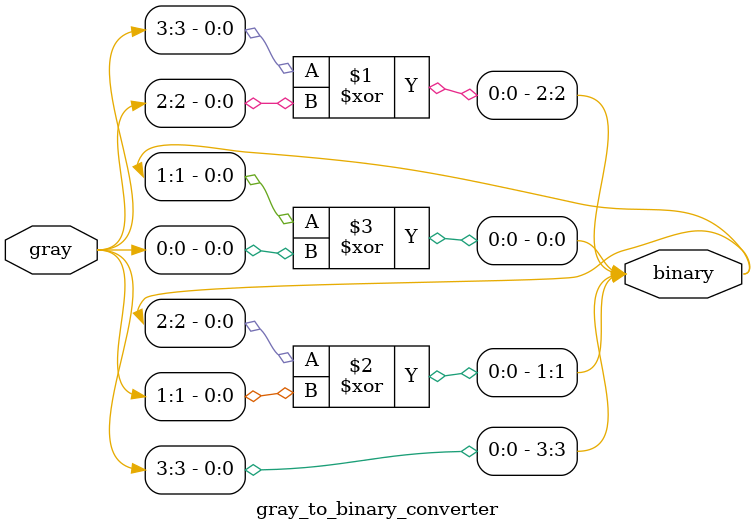
<source format=v>
module gray_to_binary_converter(
    input [3:0] gray,
    output [3:0] binary
);
    // Binary conversion: B[i] = XOR of all gray bits from G[n] to G[i]
    // where n is the MSB position
    assign binary[3] = gray[3];
    assign binary[2] = binary[3] ^ gray[2];
    assign binary[1] = binary[2] ^ gray[1];
    assign binary[0] = binary[1] ^ gray[0];
    
endmodule
</source>
